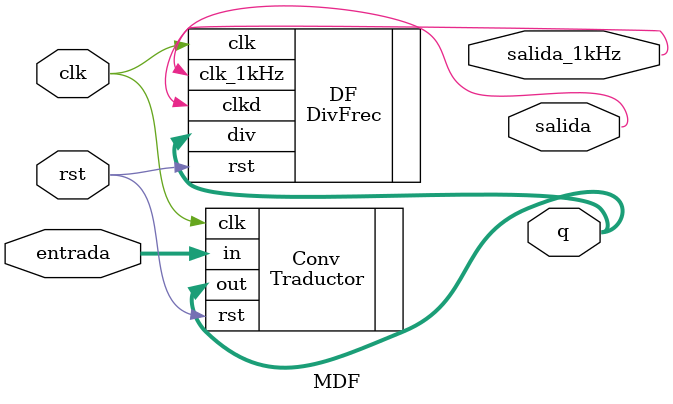
<source format=v>
`timescale 1ns / 1ps
module MDF(clk,rst,entrada,salida,salida_1kHz,q);
input wire clk,rst;
input wire [3:0]entrada;
output wire salida;
output wire salida_1kHz;
output wire [10:0]q;
	  
Traductor Conv(
    .in(entrada), 
    .out(q), 
    .clk(clk), 
    .rst(rst)
    );
	 
DivFrec DF(
    .clk(clk), 
    .rst(rst), 
    .div(q), 
    .clkd(salida),
	 .clk_1kHz(salida_1kHz)
    );	 
	 

endmodule

</source>
